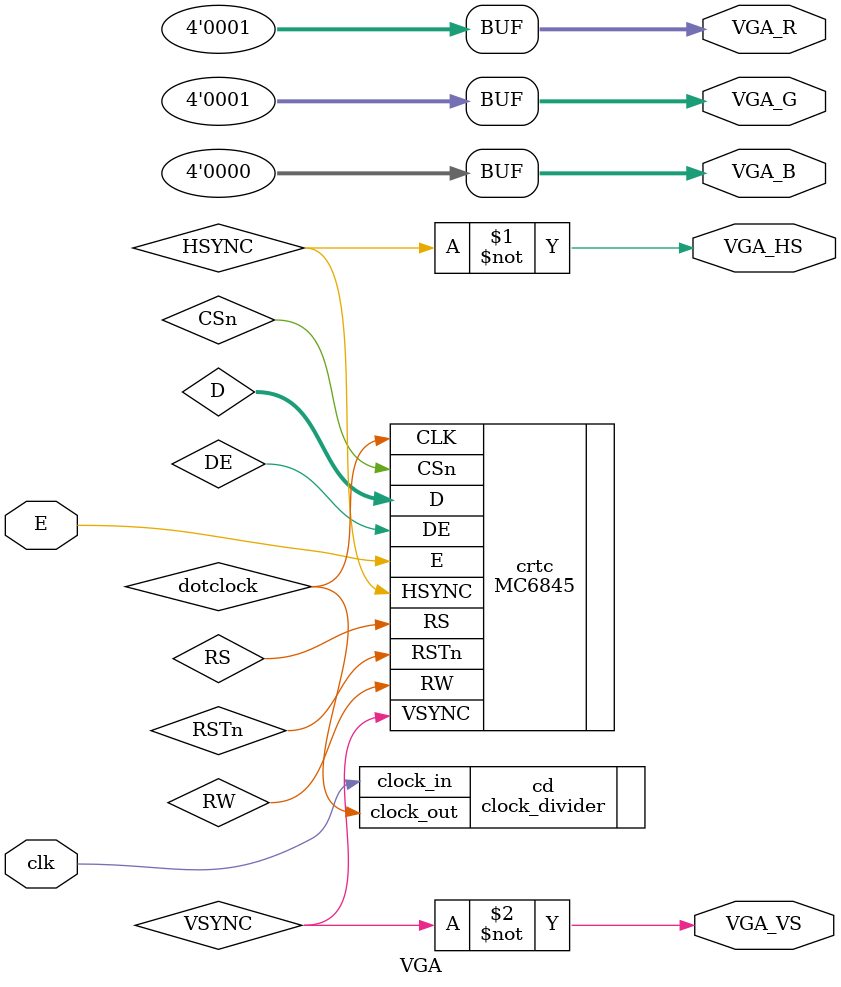
<source format=v>
module VGA(clk, E,
				VGA_B, VGA_G, VGA_R, VGA_HS, VGA_VS);
				
	input 						clk;
	input 								 E;
	output		     [3:0]		VGA_B;
	output		     [3:0]		VGA_G;
	output		          		VGA_HS;
	output		     [3:0]		VGA_R;
	output		          		VGA_VS;
	

	wire CSn; // chip enable. active low -> writing or reading from register. 
	wire E; // enable/clock, neg edge -> enables data IO buffers and clocks data
	wire [7:0] D; // biderectional data bus
	wire RS; // register select. low -> writing to address register, high -> writing to register selected by address
	wire RW; // read or write register. low -> write, high -> read 
	
	wire CCLK; // character clock, neg edge ->
	wire RSTn; // reset. active low -> all registers cleared and outputs are driven low.

	wire HSYNC; //
	wire VSYNC;
	wire DE; // display enable. high -> addressing in active display area.
	
	
	wire dotclock;
	
	clock_divider #(28'd16) cd (.clock_in(clk), .clock_out(dotclock));
	
	
	
	MC6845 crtc (.CSn(CSn), .E(E), .D(D), .RS(RS), .RW(RW), .CLK(dotclock), .RSTn(RSTn), .HSYNC(HSYNC), .VSYNC(VSYNC), .DE(DE));
	
	
	assign VGA_HS = ~HSYNC;
	assign VGA_VS = ~VSYNC;
	assign VGA_R = 1;
	assign VGA_G = 1;
	assign VGA_B = 0;

endmodule
</source>
